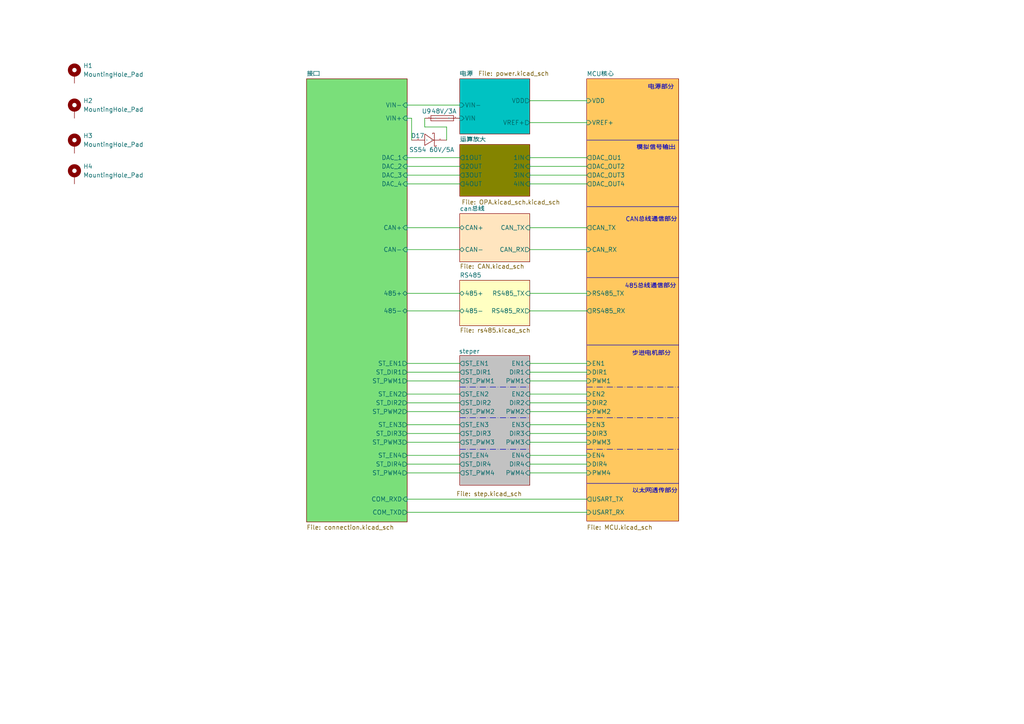
<source format=kicad_sch>
(kicad_sch
	(version 20231120)
	(generator "eeschema")
	(generator_version "8.0")
	(uuid "44f95aaa-b8fb-4878-90c0-6b2790b3f62f")
	(paper "A4")
	(lib_symbols
		(symbol "MY_Library:0458003.DR"
			(exclude_from_sim no)
			(in_bom yes)
			(on_board yes)
			(property "Reference" "U?"
				(at 5.842 -2.286 0)
				(effects
					(font
						(size 1.27 1.27)
					)
				)
			)
			(property "Value" "48V/3A"
				(at -0.254 -2.54 0)
				(effects
					(font
						(size 1.27 1.27)
					)
				)
			)
			(property "Footprint" "MYLibrary:FUSE-SMD_L3.2-W1.6"
				(at 1.016 -5.334 0)
				(effects
					(font
						(size 1.27 1.27)
					)
					(hide yes)
				)
			)
			(property "Datasheet" ""
				(at 0 0 0)
				(effects
					(font
						(size 1.27 1.27)
					)
					(hide yes)
				)
			)
			(property "Description" ""
				(at 0 0 0)
				(effects
					(font
						(size 1.27 1.27)
					)
					(hide yes)
				)
			)
			(symbol "0458003.DR_1_0"
				(rectangle
					(start -3.302 -0.762)
					(end 3.302 0.762)
					(stroke
						(width 0)
						(type default)
					)
					(fill
						(type none)
					)
				)
				(polyline
					(pts
						(xy -2.54 0) (xy 2.54 0)
					)
					(stroke
						(width 0)
						(type default)
					)
					(fill
						(type none)
					)
				)
				(pin input line
					(at -5.08 0 0)
					(length 2.54)
					(name "1"
						(effects
							(font
								(size 0.0254 0.0254)
							)
						)
					)
					(number "1"
						(effects
							(font
								(size 0.0254 0.0254)
							)
						)
					)
				)
				(pin input line
					(at 5.08 0 180)
					(length 2.54)
					(name "2"
						(effects
							(font
								(size 0.0254 0.0254)
							)
						)
					)
					(number "2"
						(effects
							(font
								(size 0.0254 0.0254)
							)
						)
					)
				)
			)
		)
		(symbol "MY_Library:SS56"
			(exclude_from_sim no)
			(in_bom yes)
			(on_board yes)
			(property "Reference" "D?"
				(at 6.858 -3.556 0)
				(effects
					(font
						(size 1.27 1.27)
					)
				)
			)
			(property "Value" ""
				(at 0 0 0)
				(effects
					(font
						(size 1.27 1.27)
					)
				)
			)
			(property "Footprint" "MYLibrary:MY"
				(at -0.762 -7.112 0)
				(effects
					(font
						(size 1.27 1.27)
					)
					(hide yes)
				)
			)
			(property "Datasheet" ""
				(at 0 0 0)
				(effects
					(font
						(size 1.27 1.27)
					)
					(hide yes)
				)
			)
			(property "Description" ""
				(at 0 0 0)
				(effects
					(font
						(size 1.27 1.27)
					)
					(hide yes)
				)
			)
			(symbol "SS56_1_0"
				(polyline
					(pts
						(xy 1.27 1.524) (xy -1.27 0) (xy -1.27 0) (xy 1.27 -1.778) (xy 1.27 -1.778) (xy 1.27 1.524)
					)
					(stroke
						(width 0)
						(type default)
					)
					(fill
						(type none)
					)
				)
				(polyline
					(pts
						(xy -2.032 1.524) (xy -2.032 1.778) (xy -2.032 1.778) (xy -1.524 1.778) (xy -1.524 1.778) (xy -1.524 -2.032)
						(xy -1.524 -2.032) (xy -1.016 -2.032) (xy -1.016 -2.032) (xy -1.016 -1.778)
					)
					(stroke
						(width 0)
						(type default)
					)
					(fill
						(type none)
					)
				)
				(pin unspecified line
					(at -5.08 0 0)
					(length 3.81)
					(name "K"
						(effects
							(font
								(size 0.0254 0.0254)
							)
						)
					)
					(number "1"
						(effects
							(font
								(size 0.0254 0.0254)
							)
						)
					)
				)
				(pin unspecified line
					(at 5.08 0 180)
					(length 3.81)
					(name "A"
						(effects
							(font
								(size 0.0254 0.0254)
							)
						)
					)
					(number "2"
						(effects
							(font
								(size 0.0254 0.0254)
							)
						)
					)
				)
			)
		)
		(symbol "Mechanical:MountingHole_Pad"
			(pin_numbers hide)
			(pin_names
				(offset 1.016) hide)
			(exclude_from_sim no)
			(in_bom yes)
			(on_board yes)
			(property "Reference" "H"
				(at 0 6.35 0)
				(effects
					(font
						(size 1.27 1.27)
					)
				)
			)
			(property "Value" "MountingHole_Pad"
				(at 0 4.445 0)
				(effects
					(font
						(size 1.27 1.27)
					)
				)
			)
			(property "Footprint" ""
				(at 0 0 0)
				(effects
					(font
						(size 1.27 1.27)
					)
					(hide yes)
				)
			)
			(property "Datasheet" "~"
				(at 0 0 0)
				(effects
					(font
						(size 1.27 1.27)
					)
					(hide yes)
				)
			)
			(property "Description" "Mounting Hole with connection"
				(at 0 0 0)
				(effects
					(font
						(size 1.27 1.27)
					)
					(hide yes)
				)
			)
			(property "ki_keywords" "mounting hole"
				(at 0 0 0)
				(effects
					(font
						(size 1.27 1.27)
					)
					(hide yes)
				)
			)
			(property "ki_fp_filters" "MountingHole*Pad*"
				(at 0 0 0)
				(effects
					(font
						(size 1.27 1.27)
					)
					(hide yes)
				)
			)
			(symbol "MountingHole_Pad_0_1"
				(circle
					(center 0 1.27)
					(radius 1.27)
					(stroke
						(width 1.27)
						(type default)
					)
					(fill
						(type none)
					)
				)
			)
			(symbol "MountingHole_Pad_1_1"
				(pin input line
					(at 0 -2.54 90)
					(length 2.54)
					(name "1"
						(effects
							(font
								(size 1.27 1.27)
							)
						)
					)
					(number "1"
						(effects
							(font
								(size 1.27 1.27)
							)
						)
					)
				)
			)
		)
	)
	(wire
		(pts
			(xy 153.67 90.17) (xy 170.18 90.17)
		)
		(stroke
			(width 0)
			(type default)
		)
		(uuid "0461a653-e213-4d7e-a834-f55803bd0c3d")
	)
	(wire
		(pts
			(xy 153.67 105.41) (xy 170.18 105.41)
		)
		(stroke
			(width 0)
			(type default)
		)
		(uuid "08633b7b-1083-4f92-bd93-70a6cd0be427")
	)
	(polyline
		(pts
			(xy 170.18 59.944) (xy 196.85 59.944)
		)
		(stroke
			(width 0)
			(type default)
		)
		(uuid "08d6d20e-576e-4ce5-953f-7f264646b143")
	)
	(wire
		(pts
			(xy 118.11 66.04) (xy 133.35 66.04)
		)
		(stroke
			(width 0)
			(type default)
		)
		(uuid "0d240411-08a1-46a7-ab75-08d4cb920842")
	)
	(wire
		(pts
			(xy 118.11 114.3) (xy 133.35 114.3)
		)
		(stroke
			(width 0)
			(type default)
		)
		(uuid "1083dca8-e997-48d4-9115-fc38d0cfdb74")
	)
	(wire
		(pts
			(xy 153.67 134.62) (xy 170.18 134.62)
		)
		(stroke
			(width 0)
			(type default)
		)
		(uuid "12efe75d-d3ec-4f95-95ea-90f45bc7c1a9")
	)
	(wire
		(pts
			(xy 118.11 134.62) (xy 133.35 134.62)
		)
		(stroke
			(width 0)
			(type default)
		)
		(uuid "163a9cc6-cd51-4daf-915f-31c3411de2e7")
	)
	(wire
		(pts
			(xy 118.11 30.48) (xy 133.35 30.48)
		)
		(stroke
			(width 0)
			(type default)
		)
		(uuid "22f67906-0e75-4fc6-b771-16e4c1a63be0")
	)
	(wire
		(pts
			(xy 153.67 137.16) (xy 170.18 137.16)
		)
		(stroke
			(width 0)
			(type default)
		)
		(uuid "2367f74e-3548-4619-848f-3e2a0f9e1570")
	)
	(wire
		(pts
			(xy 118.11 148.59) (xy 170.18 148.59)
		)
		(stroke
			(width 0)
			(type default)
		)
		(uuid "258d136f-6c82-405b-b1ea-35f81ce0d405")
	)
	(wire
		(pts
			(xy 153.67 29.21) (xy 170.18 29.21)
		)
		(stroke
			(width 0)
			(type default)
		)
		(uuid "29112666-1122-4a90-bdf3-cc0268e87b74")
	)
	(wire
		(pts
			(xy 153.67 107.95) (xy 170.18 107.95)
		)
		(stroke
			(width 0)
			(type default)
		)
		(uuid "31eb0d81-f117-4b0a-beee-abd8a6425407")
	)
	(wire
		(pts
			(xy 153.67 128.27) (xy 170.18 128.27)
		)
		(stroke
			(width 0)
			(type default)
		)
		(uuid "3640e71d-a7c2-4055-b50a-c6631635b23f")
	)
	(wire
		(pts
			(xy 118.11 125.73) (xy 133.35 125.73)
		)
		(stroke
			(width 0)
			(type default)
		)
		(uuid "3889d449-d151-4eaf-92c9-002c3740d8ed")
	)
	(polyline
		(pts
			(xy 170.18 40.64) (xy 196.85 40.64)
		)
		(stroke
			(width 0)
			(type default)
		)
		(uuid "3afd52bd-1f30-444a-b695-83ef20b5f0a4")
	)
	(wire
		(pts
			(xy 118.11 107.95) (xy 133.35 107.95)
		)
		(stroke
			(width 0)
			(type default)
		)
		(uuid "4058280b-9012-491e-82e6-58cac02d5af0")
	)
	(wire
		(pts
			(xy 118.11 72.39) (xy 133.35 72.39)
		)
		(stroke
			(width 0)
			(type default)
		)
		(uuid "4066c9e0-acaa-4418-b04c-0421fdd913d7")
	)
	(wire
		(pts
			(xy 118.11 132.08) (xy 133.35 132.08)
		)
		(stroke
			(width 0)
			(type default)
		)
		(uuid "417ec339-6dcd-42c9-88ac-77cadc51ede6")
	)
	(wire
		(pts
			(xy 153.67 116.84) (xy 170.18 116.84)
		)
		(stroke
			(width 0)
			(type default)
		)
		(uuid "428172b9-b07f-46a8-80cf-f2eeb3dbaa84")
	)
	(wire
		(pts
			(xy 118.11 144.78) (xy 170.18 144.78)
		)
		(stroke
			(width 0)
			(type default)
		)
		(uuid "4d331105-c442-4c7f-91e9-809b40fecd90")
	)
	(wire
		(pts
			(xy 118.11 85.09) (xy 133.35 85.09)
		)
		(stroke
			(width 0)
			(type default)
		)
		(uuid "5a48219e-f07f-4449-b6ac-dfaffe37805a")
	)
	(wire
		(pts
			(xy 153.67 125.73) (xy 170.18 125.73)
		)
		(stroke
			(width 0)
			(type default)
		)
		(uuid "624391c8-567a-4528-bc83-a7d542a5fbfa")
	)
	(wire
		(pts
			(xy 119.38 34.29) (xy 118.11 34.29)
		)
		(stroke
			(width 0)
			(type default)
		)
		(uuid "62fee62a-db47-43e8-bf0a-700b56fdeea7")
	)
	(wire
		(pts
			(xy 153.67 35.56) (xy 170.18 35.56)
		)
		(stroke
			(width 0)
			(type default)
		)
		(uuid "6379c306-12e1-4e90-9248-61179e388460")
	)
	(wire
		(pts
			(xy 153.67 132.08) (xy 170.18 132.08)
		)
		(stroke
			(width 0)
			(type default)
		)
		(uuid "651552c3-6dc5-4124-ae30-d9b2ec4d7118")
	)
	(polyline
		(pts
			(xy 170.18 112.268) (xy 196.85 112.268)
		)
		(stroke
			(width 0)
			(type dash_dot)
		)
		(uuid "6d8ce34e-477e-4c90-a99b-d071dce4ce1d")
	)
	(wire
		(pts
			(xy 123.19 36.83) (xy 129.54 36.83)
		)
		(stroke
			(width 0)
			(type default)
		)
		(uuid "6fd26862-9277-46cd-ac85-a83d52ac9365")
	)
	(wire
		(pts
			(xy 118.11 105.41) (xy 133.35 105.41)
		)
		(stroke
			(width 0)
			(type default)
		)
		(uuid "7581ca15-a377-4a4c-aa8d-82fe6ed2ac4e")
	)
	(wire
		(pts
			(xy 118.11 128.27) (xy 133.35 128.27)
		)
		(stroke
			(width 0)
			(type default)
		)
		(uuid "7a272f7b-c239-4ae2-b1b2-e5fc4a8a77df")
	)
	(wire
		(pts
			(xy 118.11 45.72) (xy 133.35 45.72)
		)
		(stroke
			(width 0)
			(type default)
		)
		(uuid "8393e837-cafd-41ab-8048-2e3b32ae7d20")
	)
	(wire
		(pts
			(xy 119.38 40.64) (xy 119.38 34.29)
		)
		(stroke
			(width 0)
			(type default)
		)
		(uuid "84441b8c-00bc-4556-b849-a9e702f086e6")
	)
	(wire
		(pts
			(xy 153.67 45.72) (xy 170.18 45.72)
		)
		(stroke
			(width 0)
			(type default)
		)
		(uuid "84da2c95-5ff9-4a8e-8446-cf61924c0c57")
	)
	(wire
		(pts
			(xy 118.11 116.84) (xy 133.35 116.84)
		)
		(stroke
			(width 0)
			(type default)
		)
		(uuid "8c90c0cf-083f-4212-bad0-fd0c344db943")
	)
	(wire
		(pts
			(xy 153.67 53.34) (xy 170.18 53.34)
		)
		(stroke
			(width 0)
			(type default)
		)
		(uuid "8d79cc6e-dca0-4460-8f7c-90ccdb9ab331")
	)
	(wire
		(pts
			(xy 153.67 123.19) (xy 170.18 123.19)
		)
		(stroke
			(width 0)
			(type default)
		)
		(uuid "8f23700d-dfe9-44ee-8b3e-2121a4589edc")
	)
	(wire
		(pts
			(xy 118.11 137.16) (xy 133.35 137.16)
		)
		(stroke
			(width 0)
			(type default)
		)
		(uuid "8fdce626-9a91-486b-905e-37825840d40c")
	)
	(wire
		(pts
			(xy 153.67 119.38) (xy 170.18 119.38)
		)
		(stroke
			(width 0)
			(type default)
		)
		(uuid "9378b430-05e1-4ae7-8397-e079a85adc71")
	)
	(polyline
		(pts
			(xy 133.35 112.268) (xy 153.67 112.268)
		)
		(stroke
			(width 0)
			(type dash_dot)
		)
		(uuid "98129b55-c2a3-4b39-a0ef-26261e25378a")
	)
	(wire
		(pts
			(xy 118.11 50.8) (xy 133.35 50.8)
		)
		(stroke
			(width 0)
			(type default)
		)
		(uuid "9d4ae570-07ac-4824-8528-d3edd85c02f5")
	)
	(wire
		(pts
			(xy 129.54 36.83) (xy 129.54 40.64)
		)
		(stroke
			(width 0)
			(type default)
		)
		(uuid "9eec00fc-0c9e-4d90-b441-d2d0dbfc7022")
	)
	(wire
		(pts
			(xy 153.67 66.04) (xy 170.18 66.04)
		)
		(stroke
			(width 0)
			(type default)
		)
		(uuid "a24b0fcf-ca3e-4d88-bf50-9dff6eb0e896")
	)
	(wire
		(pts
			(xy 153.67 48.26) (xy 170.18 48.26)
		)
		(stroke
			(width 0)
			(type default)
		)
		(uuid "a302fa58-5627-4e8a-bd58-984b4554d515")
	)
	(polyline
		(pts
			(xy 170.18 121.158) (xy 196.85 121.158)
		)
		(stroke
			(width 0)
			(type dash_dot)
		)
		(uuid "abfc2aee-b903-4beb-b3f6-2de3fed2b912")
	)
	(wire
		(pts
			(xy 123.19 34.29) (xy 123.19 36.83)
		)
		(stroke
			(width 0)
			(type default)
		)
		(uuid "b34783f8-be05-4108-819a-61b9326a33cb")
	)
	(wire
		(pts
			(xy 118.11 110.49) (xy 133.35 110.49)
		)
		(stroke
			(width 0)
			(type default)
		)
		(uuid "b595428e-20a9-47dc-8955-58384b64c648")
	)
	(wire
		(pts
			(xy 153.67 85.09) (xy 170.18 85.09)
		)
		(stroke
			(width 0)
			(type default)
		)
		(uuid "be0b0200-cca5-45e6-b46b-7f0602811fab")
	)
	(polyline
		(pts
			(xy 170.18 130.302) (xy 196.85 130.302)
		)
		(stroke
			(width 0)
			(type dash_dot)
		)
		(uuid "cd51b977-2567-4c83-a690-374abeb345a8")
	)
	(wire
		(pts
			(xy 118.11 48.26) (xy 133.35 48.26)
		)
		(stroke
			(width 0)
			(type default)
		)
		(uuid "d10838c4-5bbe-4834-83c4-f6afa0a4b3a7")
	)
	(polyline
		(pts
			(xy 133.35 121.158) (xy 153.67 121.158)
		)
		(stroke
			(width 0)
			(type dash_dot)
		)
		(uuid "d257ac6d-5b20-4e07-964e-3195f5201418")
	)
	(polyline
		(pts
			(xy 170.18 100.076) (xy 196.85 100.076)
		)
		(stroke
			(width 0)
			(type default)
		)
		(uuid "d8ab8462-ee84-47fe-9788-803d76694f12")
	)
	(wire
		(pts
			(xy 153.67 110.49) (xy 170.18 110.49)
		)
		(stroke
			(width 0)
			(type default)
		)
		(uuid "d98bcea5-7ce3-42fb-b31f-5d83503ccd42")
	)
	(wire
		(pts
			(xy 153.67 114.3) (xy 170.18 114.3)
		)
		(stroke
			(width 0)
			(type default)
		)
		(uuid "dd715c3b-4a0b-48f8-a035-54c7e6929dca")
	)
	(wire
		(pts
			(xy 153.67 50.8) (xy 170.18 50.8)
		)
		(stroke
			(width 0)
			(type default)
		)
		(uuid "e0cc24b4-6cfe-41b2-ae2d-59c78d1d9534")
	)
	(polyline
		(pts
			(xy 170.18 80.518) (xy 196.85 80.518)
		)
		(stroke
			(width 0)
			(type default)
		)
		(uuid "e930af23-ec9f-447f-859a-d7f27130f46b")
	)
	(polyline
		(pts
			(xy 133.35 130.302) (xy 153.67 130.302)
		)
		(stroke
			(width 0)
			(type dash_dot)
		)
		(uuid "f7981244-3f98-49d1-9517-21674272a37e")
	)
	(wire
		(pts
			(xy 118.11 53.34) (xy 133.35 53.34)
		)
		(stroke
			(width 0)
			(type default)
		)
		(uuid "f7f96dfe-fa47-4b40-96e5-f4b307331f8a")
	)
	(polyline
		(pts
			(xy 170.18 140.208) (xy 196.85 140.208)
		)
		(stroke
			(width 0)
			(type default)
		)
		(uuid "f96b422e-bfc9-4322-861b-4b0f0d89979b")
	)
	(wire
		(pts
			(xy 153.67 72.39) (xy 170.18 72.39)
		)
		(stroke
			(width 0)
			(type default)
		)
		(uuid "faaadf96-6732-4ee8-96be-bda06bd96078")
	)
	(wire
		(pts
			(xy 118.11 123.19) (xy 133.35 123.19)
		)
		(stroke
			(width 0)
			(type default)
		)
		(uuid "fb8a3d07-7f5a-4fd9-aa11-f469699fea24")
	)
	(wire
		(pts
			(xy 118.11 119.38) (xy 133.35 119.38)
		)
		(stroke
			(width 0)
			(type default)
		)
		(uuid "fd4a48b2-7cb0-4773-84bd-213ec7f6c17f")
	)
	(wire
		(pts
			(xy 118.11 90.17) (xy 133.35 90.17)
		)
		(stroke
			(width 0)
			(type default)
		)
		(uuid "fe0afaf9-cfb3-427f-b248-a09d8ca7ab38")
	)
	(text "步进电机部分\n"
		(exclude_from_sim no)
		(at 188.976 102.616 0)
		(effects
			(font
				(size 1.27 1.27)
			)
		)
		(uuid "62982dac-5478-4c37-b7aa-d4a6213baba5")
	)
	(text "CAN总线通信部分\n"
		(exclude_from_sim no)
		(at 188.976 63.754 0)
		(effects
			(font
				(size 1.27 1.27)
			)
		)
		(uuid "9d2f542f-fb27-4446-90c0-100c33d65af9")
	)
	(text "485总线通信部分\n"
		(exclude_from_sim no)
		(at 188.722 83.058 0)
		(effects
			(font
				(size 1.27 1.27)
			)
		)
		(uuid "b0610a06-d372-4941-90be-81b86eb98a88")
	)
	(text "模拟信号输出"
		(exclude_from_sim no)
		(at 190.246 42.926 0)
		(effects
			(font
				(size 1.27 1.27)
			)
		)
		(uuid "d6386d49-30c0-4b63-b29c-4c81f01ddb55")
	)
	(text "以太网透传部分\n"
		(exclude_from_sim no)
		(at 189.992 142.494 0)
		(effects
			(font
				(size 1.27 1.27)
			)
		)
		(uuid "df03c4a1-58dd-4536-bac6-e23d6665c364")
	)
	(text "电源部分"
		(exclude_from_sim no)
		(at 191.77 25.4 0)
		(effects
			(font
				(size 1.27 1.27)
			)
		)
		(uuid "ffbf4fab-6bdf-4852-a86f-b68479cc5165")
	)
	(symbol
		(lib_id "Mechanical:MountingHole_Pad")
		(at 21.59 21.59 0)
		(unit 1)
		(exclude_from_sim no)
		(in_bom yes)
		(on_board yes)
		(dnp no)
		(fields_autoplaced yes)
		(uuid "0f9edb4a-a0a7-4d04-ba5a-00797607fd10")
		(property "Reference" "H1"
			(at 24.13 19.0499 0)
			(effects
				(font
					(size 1.27 1.27)
				)
				(justify left)
			)
		)
		(property "Value" "MountingHole_Pad"
			(at 24.13 21.5899 0)
			(effects
				(font
					(size 1.27 1.27)
				)
				(justify left)
			)
		)
		(property "Footprint" "MountingHole:MountingHole_3.2mm_M3_Pad_Via"
			(at 21.59 21.59 0)
			(effects
				(font
					(size 1.27 1.27)
				)
				(hide yes)
			)
		)
		(property "Datasheet" "~"
			(at 21.59 21.59 0)
			(effects
				(font
					(size 1.27 1.27)
				)
				(hide yes)
			)
		)
		(property "Description" "Mounting Hole with connection"
			(at 21.59 21.59 0)
			(effects
				(font
					(size 1.27 1.27)
				)
				(hide yes)
			)
		)
		(pin "1"
			(uuid "923bbe48-b491-4929-b8cd-3dd2f7d4b50c")
		)
		(instances
			(project "运动控制卡"
				(path "/44f95aaa-b8fb-4878-90c0-6b2790b3f62f"
					(reference "H1")
					(unit 1)
				)
			)
		)
	)
	(symbol
		(lib_id "Mechanical:MountingHole_Pad")
		(at 21.59 50.8 0)
		(unit 1)
		(exclude_from_sim no)
		(in_bom yes)
		(on_board yes)
		(dnp no)
		(fields_autoplaced yes)
		(uuid "34fae5e8-5dc6-4602-8513-53d65d89ad07")
		(property "Reference" "H4"
			(at 24.13 48.2599 0)
			(effects
				(font
					(size 1.27 1.27)
				)
				(justify left)
			)
		)
		(property "Value" "MountingHole_Pad"
			(at 24.13 50.7999 0)
			(effects
				(font
					(size 1.27 1.27)
				)
				(justify left)
			)
		)
		(property "Footprint" "MountingHole:MountingHole_3.2mm_M3_Pad_Via"
			(at 21.59 50.8 0)
			(effects
				(font
					(size 1.27 1.27)
				)
				(hide yes)
			)
		)
		(property "Datasheet" "~"
			(at 21.59 50.8 0)
			(effects
				(font
					(size 1.27 1.27)
				)
				(hide yes)
			)
		)
		(property "Description" "Mounting Hole with connection"
			(at 21.59 50.8 0)
			(effects
				(font
					(size 1.27 1.27)
				)
				(hide yes)
			)
		)
		(pin "1"
			(uuid "2855bf26-050f-4967-a715-a3008ce30af5")
		)
		(instances
			(project "运动控制卡"
				(path "/44f95aaa-b8fb-4878-90c0-6b2790b3f62f"
					(reference "H4")
					(unit 1)
				)
			)
		)
	)
	(symbol
		(lib_id "MY_Library:0458003.DR")
		(at 128.27 34.29 0)
		(unit 1)
		(exclude_from_sim no)
		(in_bom yes)
		(on_board yes)
		(dnp no)
		(uuid "90018bed-6cb3-42e8-bfdc-70c393f3af99")
		(property "Reference" "U9"
			(at 123.698 32.258 0)
			(effects
				(font
					(size 1.27 1.27)
				)
			)
		)
		(property "Value" "48V/3A"
			(at 128.778 32.258 0)
			(effects
				(font
					(size 1.27 1.27)
				)
			)
		)
		(property "Footprint" "MYLibrary:FUSE-SMD_L3.2-W1.6"
			(at 129.286 39.624 0)
			(effects
				(font
					(size 1.27 1.27)
				)
				(hide yes)
			)
		)
		(property "Datasheet" ""
			(at 128.27 34.29 0)
			(effects
				(font
					(size 1.27 1.27)
				)
				(hide yes)
			)
		)
		(property "Description" ""
			(at 128.27 34.29 0)
			(effects
				(font
					(size 1.27 1.27)
				)
				(hide yes)
			)
		)
		(pin "2"
			(uuid "08614743-4924-4f6e-895b-ac696eb562d7")
		)
		(pin "1"
			(uuid "3d0df14f-c917-457b-877f-6b5637db7c24")
		)
		(instances
			(project "运动控制卡"
				(path "/44f95aaa-b8fb-4878-90c0-6b2790b3f62f"
					(reference "U9")
					(unit 1)
				)
			)
		)
	)
	(symbol
		(lib_id "MY_Library:SS56")
		(at 124.46 40.64 180)
		(unit 1)
		(exclude_from_sim no)
		(in_bom yes)
		(on_board yes)
		(dnp no)
		(uuid "98e08b0c-2560-4418-b2af-bcc9dee0c218")
		(property "Reference" "D17"
			(at 121.158 39.37 0)
			(effects
				(font
					(size 1.27 1.27)
				)
			)
		)
		(property "Value" "SS54 60V/5A"
			(at 125.222 43.434 0)
			(effects
				(font
					(size 1.27 1.27)
				)
			)
		)
		(property "Footprint" "MYLibrary:MY"
			(at 125.222 33.528 0)
			(effects
				(font
					(size 1.27 1.27)
				)
				(hide yes)
			)
		)
		(property "Datasheet" ""
			(at 124.46 40.64 0)
			(effects
				(font
					(size 1.27 1.27)
				)
				(hide yes)
			)
		)
		(property "Description" ""
			(at 124.46 40.64 0)
			(effects
				(font
					(size 1.27 1.27)
				)
				(hide yes)
			)
		)
		(pin "1"
			(uuid "ed69de58-93ae-4633-8a4d-be76c28bae55")
		)
		(pin "2"
			(uuid "6f58a277-d2a5-4f1f-abd5-4887c989437d")
		)
		(instances
			(project "运动控制卡"
				(path "/44f95aaa-b8fb-4878-90c0-6b2790b3f62f"
					(reference "D17")
					(unit 1)
				)
			)
		)
	)
	(symbol
		(lib_id "Mechanical:MountingHole_Pad")
		(at 21.59 31.75 0)
		(unit 1)
		(exclude_from_sim no)
		(in_bom yes)
		(on_board yes)
		(dnp no)
		(fields_autoplaced yes)
		(uuid "dc7bc314-1ea0-4e56-abf9-24078c993714")
		(property "Reference" "H2"
			(at 24.13 29.2099 0)
			(effects
				(font
					(size 1.27 1.27)
				)
				(justify left)
			)
		)
		(property "Value" "MountingHole_Pad"
			(at 24.13 31.7499 0)
			(effects
				(font
					(size 1.27 1.27)
				)
				(justify left)
			)
		)
		(property "Footprint" "MountingHole:MountingHole_3.2mm_M3_Pad_Via"
			(at 21.59 31.75 0)
			(effects
				(font
					(size 1.27 1.27)
				)
				(hide yes)
			)
		)
		(property "Datasheet" "~"
			(at 21.59 31.75 0)
			(effects
				(font
					(size 1.27 1.27)
				)
				(hide yes)
			)
		)
		(property "Description" "Mounting Hole with connection"
			(at 21.59 31.75 0)
			(effects
				(font
					(size 1.27 1.27)
				)
				(hide yes)
			)
		)
		(pin "1"
			(uuid "de6aae21-13e9-4e25-b92e-f3790cec2256")
		)
		(instances
			(project "运动控制卡"
				(path "/44f95aaa-b8fb-4878-90c0-6b2790b3f62f"
					(reference "H2")
					(unit 1)
				)
			)
		)
	)
	(symbol
		(lib_id "Mechanical:MountingHole_Pad")
		(at 21.59 41.91 0)
		(unit 1)
		(exclude_from_sim no)
		(in_bom yes)
		(on_board yes)
		(dnp no)
		(fields_autoplaced yes)
		(uuid "f0f9db9a-60be-4860-894f-8bc276ebdd3c")
		(property "Reference" "H3"
			(at 24.13 39.3699 0)
			(effects
				(font
					(size 1.27 1.27)
				)
				(justify left)
			)
		)
		(property "Value" "MountingHole_Pad"
			(at 24.13 41.9099 0)
			(effects
				(font
					(size 1.27 1.27)
				)
				(justify left)
			)
		)
		(property "Footprint" "MountingHole:MountingHole_3.2mm_M3_Pad_Via"
			(at 21.59 41.91 0)
			(effects
				(font
					(size 1.27 1.27)
				)
				(hide yes)
			)
		)
		(property "Datasheet" "~"
			(at 21.59 41.91 0)
			(effects
				(font
					(size 1.27 1.27)
				)
				(hide yes)
			)
		)
		(property "Description" "Mounting Hole with connection"
			(at 21.59 41.91 0)
			(effects
				(font
					(size 1.27 1.27)
				)
				(hide yes)
			)
		)
		(pin "1"
			(uuid "797f46f3-c0b1-4b4a-8f8b-e5b024d8389a")
		)
		(instances
			(project "运动控制卡"
				(path "/44f95aaa-b8fb-4878-90c0-6b2790b3f62f"
					(reference "H3")
					(unit 1)
				)
			)
		)
	)
	(sheet
		(at 133.35 22.86)
		(size 20.32 16.002)
		(stroke
			(width 0.1524)
			(type solid)
		)
		(fill
			(color 0 194 194 1.0000)
		)
		(uuid "4b570b8d-55d2-4b8f-a510-3d7872d05e07")
		(property "Sheetname" "电源"
			(at 133.35 22.1484 0)
			(effects
				(font
					(size 1.27 1.27)
				)
				(justify left bottom)
			)
		)
		(property "Sheetfile" "power.kicad_sch"
			(at 138.684 20.574 0)
			(effects
				(font
					(size 1.27 1.27)
				)
				(justify left top)
			)
		)
		(pin "VIN-" input
			(at 133.35 30.48 180)
			(effects
				(font
					(size 1.27 1.27)
				)
				(justify left)
			)
			(uuid "fc037a54-f064-4f8d-a68e-3b80af5cecc8")
		)
		(pin "VIN" input
			(at 133.35 34.29 180)
			(effects
				(font
					(size 1.27 1.27)
				)
				(justify left)
			)
			(uuid "015ac56f-69c1-4b72-b783-d5d24b05df8a")
		)
		(pin "VDD" output
			(at 153.67 29.21 0)
			(effects
				(font
					(size 1.27 1.27)
				)
				(justify right)
			)
			(uuid "f210aa2f-90de-48d1-a69f-019a50a94c0b")
		)
		(pin "VREF+" output
			(at 153.67 35.56 0)
			(effects
				(font
					(size 1.27 1.27)
				)
				(justify right)
			)
			(uuid "0e935a7b-c9af-40b9-b751-3c7fbe6f5393")
		)
		(instances
			(project "运动控制卡"
				(path "/44f95aaa-b8fb-4878-90c0-6b2790b3f62f"
					(page "2")
				)
			)
		)
	)
	(sheet
		(at 133.35 103.124)
		(size 20.32 37.592)
		(stroke
			(width 0.1524)
			(type solid)
		)
		(fill
			(color 194 194 194 1.0000)
		)
		(uuid "4ffe39bc-5e7e-46ce-8764-d08b9b5c75ca")
		(property "Sheetname" "steper"
			(at 133.096 102.616 0)
			(effects
				(font
					(size 1.27 1.27)
				)
				(justify left bottom)
			)
		)
		(property "Sheetfile" "step.kicad_sch"
			(at 132.334 142.494 0)
			(effects
				(font
					(size 1.27 1.27)
				)
				(justify left top)
			)
		)
		(pin "ST_DIR3" output
			(at 133.35 125.73 180)
			(effects
				(font
					(size 1.27 1.27)
				)
				(justify left)
			)
			(uuid "2680292f-7b79-4c8e-a3a4-d05deb854761")
		)
		(pin "ST_PWM3" output
			(at 133.35 128.27 180)
			(effects
				(font
					(size 1.27 1.27)
				)
				(justify left)
			)
			(uuid "57a93a4b-3d04-4669-803c-b77f39a55108")
		)
		(pin "ST_EN3" output
			(at 133.35 123.19 180)
			(effects
				(font
					(size 1.27 1.27)
				)
				(justify left)
			)
			(uuid "4722532f-3a93-443b-a3a3-53c73da986bb")
		)
		(pin "ST_DIR4" output
			(at 133.35 134.62 180)
			(effects
				(font
					(size 1.27 1.27)
				)
				(justify left)
			)
			(uuid "cc8afc76-9cea-4a3a-95cf-052a16897696")
		)
		(pin "ST_PWM4" output
			(at 133.35 137.16 180)
			(effects
				(font
					(size 1.27 1.27)
				)
				(justify left)
			)
			(uuid "9f311092-8f2e-4691-a3f0-5d842be6e891")
		)
		(pin "ST_EN4" output
			(at 133.35 132.08 180)
			(effects
				(font
					(size 1.27 1.27)
				)
				(justify left)
			)
			(uuid "d551ddbd-83c5-4e93-a682-91c2478fa787")
		)
		(pin "DIR3" input
			(at 153.67 125.73 0)
			(effects
				(font
					(size 1.27 1.27)
				)
				(justify right)
			)
			(uuid "64043881-cf9a-4999-a455-ecafe30b142d")
		)
		(pin "PWM3" input
			(at 153.67 128.27 0)
			(effects
				(font
					(size 1.27 1.27)
				)
				(justify right)
			)
			(uuid "87e9550c-a678-419e-ab26-7307b2062246")
		)
		(pin "EN3" input
			(at 153.67 123.19 0)
			(effects
				(font
					(size 1.27 1.27)
				)
				(justify right)
			)
			(uuid "520d4521-cc82-46dd-9df8-557245bc548f")
		)
		(pin "EN1" input
			(at 153.67 105.41 0)
			(effects
				(font
					(size 1.27 1.27)
				)
				(justify right)
			)
			(uuid "1e2efaff-9c5f-4c62-98ef-0faa13caffe8")
		)
		(pin "DIR1" input
			(at 153.67 107.95 0)
			(effects
				(font
					(size 1.27 1.27)
				)
				(justify right)
			)
			(uuid "23b362f8-490d-4791-b63c-006805f61285")
		)
		(pin "PWM1" input
			(at 153.67 110.49 0)
			(effects
				(font
					(size 1.27 1.27)
				)
				(justify right)
			)
			(uuid "69dbc7b3-8506-47fc-9406-05e8665687d7")
		)
		(pin "ST_DIR1" output
			(at 133.35 107.95 180)
			(effects
				(font
					(size 1.27 1.27)
				)
				(justify left)
			)
			(uuid "58dccb91-a977-468b-bee7-96c61b9b6a43")
		)
		(pin "ST_PWM1" output
			(at 133.35 110.49 180)
			(effects
				(font
					(size 1.27 1.27)
				)
				(justify left)
			)
			(uuid "56930cbc-a877-4028-8946-d1046d053c44")
		)
		(pin "EN2" input
			(at 153.67 114.3 0)
			(effects
				(font
					(size 1.27 1.27)
				)
				(justify right)
			)
			(uuid "7579307a-e683-4826-a2dc-4ad1f26a09cd")
		)
		(pin "DIR2" input
			(at 153.67 116.84 0)
			(effects
				(font
					(size 1.27 1.27)
				)
				(justify right)
			)
			(uuid "8559b4e0-19b3-4677-bd4c-a3dbce701596")
		)
		(pin "PWM2" input
			(at 153.67 119.38 0)
			(effects
				(font
					(size 1.27 1.27)
				)
				(justify right)
			)
			(uuid "1c978d77-a44f-4428-82dc-a2a024345285")
		)
		(pin "ST_EN1" output
			(at 133.35 105.41 180)
			(effects
				(font
					(size 1.27 1.27)
				)
				(justify left)
			)
			(uuid "700b8543-9d1c-4fc3-b3a1-38eabb2a2e35")
		)
		(pin "ST_DIR2" output
			(at 133.35 116.84 180)
			(effects
				(font
					(size 1.27 1.27)
				)
				(justify left)
			)
			(uuid "f4829af6-2fca-4b06-a221-0e68a0ec0864")
		)
		(pin "ST_PWM2" output
			(at 133.35 119.38 180)
			(effects
				(font
					(size 1.27 1.27)
				)
				(justify left)
			)
			(uuid "0acbb085-2ff8-4e35-b4a8-fe49adf16c49")
		)
		(pin "ST_EN2" output
			(at 133.35 114.3 180)
			(effects
				(font
					(size 1.27 1.27)
				)
				(justify left)
			)
			(uuid "18904f28-ca29-4a28-a7f7-21b77ca06131")
		)
		(pin "EN4" input
			(at 153.67 132.08 0)
			(effects
				(font
					(size 1.27 1.27)
				)
				(justify right)
			)
			(uuid "0cf34a63-a548-44e9-a4ec-6502916553ad")
		)
		(pin "DIR4" input
			(at 153.67 134.62 0)
			(effects
				(font
					(size 1.27 1.27)
				)
				(justify right)
			)
			(uuid "47f1de3b-482c-400b-9b38-50eef7223fd4")
		)
		(pin "PWM4" input
			(at 153.67 137.16 0)
			(effects
				(font
					(size 1.27 1.27)
				)
				(justify right)
			)
			(uuid "0d085e5a-7003-49a5-8639-c6e451b7a11c")
		)
		(instances
			(project "运动控制卡"
				(path "/44f95aaa-b8fb-4878-90c0-6b2790b3f62f"
					(page "8")
				)
			)
		)
	)
	(sheet
		(at 133.35 41.91)
		(size 20.32 14.986)
		(stroke
			(width 0.1524)
			(type solid)
		)
		(fill
			(color 132 132 0 1.0000)
		)
		(uuid "6bcda6e2-c782-4bb5-932b-9cc10393a231")
		(property "Sheetname" "运算放大"
			(at 133.35 41.1984 0)
			(effects
				(font
					(size 1.27 1.27)
				)
				(justify left bottom)
			)
		)
		(property "Sheetfile" "OPA.kicad_sch.kicad_sch"
			(at 133.858 57.912 0)
			(effects
				(font
					(size 1.27 1.27)
				)
				(justify left top)
			)
		)
		(pin "1IN" input
			(at 153.67 45.72 0)
			(effects
				(font
					(size 1.27 1.27)
				)
				(justify right)
			)
			(uuid "e476940b-42a7-4bff-b9c4-7308757e165c")
		)
		(pin "1OUT" output
			(at 133.35 45.72 180)
			(effects
				(font
					(size 1.27 1.27)
				)
				(justify left)
			)
			(uuid "4add3d67-dd95-4037-8779-77176ca8ac4f")
		)
		(pin "4IN" input
			(at 153.67 53.34 0)
			(effects
				(font
					(size 1.27 1.27)
				)
				(justify right)
			)
			(uuid "56bd44a1-d94c-47e7-8730-9468ddd2e427")
		)
		(pin "4OUT" output
			(at 133.35 53.34 180)
			(effects
				(font
					(size 1.27 1.27)
				)
				(justify left)
			)
			(uuid "b7f8d0dd-a9ad-44dc-aaeb-72670469d4c0")
		)
		(pin "2IN" input
			(at 153.67 48.26 0)
			(effects
				(font
					(size 1.27 1.27)
				)
				(justify right)
			)
			(uuid "44298b6d-1e9e-4f9c-99c8-7661914d2e6c")
		)
		(pin "2OUT" output
			(at 133.35 48.26 180)
			(effects
				(font
					(size 1.27 1.27)
				)
				(justify left)
			)
			(uuid "2c9abb70-b1cb-4eba-8daf-de210622e06b")
		)
		(pin "3IN" input
			(at 153.67 50.8 0)
			(effects
				(font
					(size 1.27 1.27)
				)
				(justify right)
			)
			(uuid "83551584-f756-4144-a397-f071f68daa57")
		)
		(pin "3OUT" output
			(at 133.35 50.8 180)
			(effects
				(font
					(size 1.27 1.27)
				)
				(justify left)
			)
			(uuid "f0830f00-e2f9-47d8-b9a2-44897e5d30f6")
		)
		(instances
			(project "运动控制卡"
				(path "/44f95aaa-b8fb-4878-90c0-6b2790b3f62f"
					(page "4")
				)
			)
		)
	)
	(sheet
		(at 133.35 61.976)
		(size 20.32 13.97)
		(fields_autoplaced yes)
		(stroke
			(width 0.1524)
			(type solid)
		)
		(fill
			(color 255 229 191 1.0000)
		)
		(uuid "77ec3101-0f07-4afa-ba60-75745a5882c4")
		(property "Sheetname" "can总线"
			(at 133.35 61.2644 0)
			(effects
				(font
					(size 1.27 1.27)
				)
				(justify left bottom)
			)
		)
		(property "Sheetfile" "CAN.kicad_sch"
			(at 133.35 76.5306 0)
			(effects
				(font
					(size 1.27 1.27)
				)
				(justify left top)
			)
		)
		(pin "CAN_TX" input
			(at 153.67 66.04 0)
			(effects
				(font
					(size 1.27 1.27)
				)
				(justify right)
			)
			(uuid "a17975a4-694b-486b-98b6-cf9c9a370a93")
		)
		(pin "CAN_RX" output
			(at 153.67 72.39 0)
			(effects
				(font
					(size 1.27 1.27)
				)
				(justify right)
			)
			(uuid "1df38858-4ed5-4f58-9495-1cb34f4981e2")
		)
		(pin "CAN+" bidirectional
			(at 133.35 66.04 180)
			(effects
				(font
					(size 1.27 1.27)
				)
				(justify left)
			)
			(uuid "d7ee9b92-da83-4d69-a6f4-40c83deb6b63")
		)
		(pin "CAN-" bidirectional
			(at 133.35 72.39 180)
			(effects
				(font
					(size 1.27 1.27)
				)
				(justify left)
			)
			(uuid "67b5860b-b157-4748-8d0d-f668107c4409")
		)
		(instances
			(project "运动控制卡"
				(path "/44f95aaa-b8fb-4878-90c0-6b2790b3f62f"
					(page "6")
				)
			)
		)
	)
	(sheet
		(at 88.9 22.86)
		(size 29.21 128.524)
		(stroke
			(width 0.1524)
			(type solid)
		)
		(fill
			(color 0 194 0 0.5200)
		)
		(uuid "7ed66fea-2a26-4d31-ab4f-05af8baf9c40")
		(property "Sheetname" "接口"
			(at 88.9 22.1484 0)
			(effects
				(font
					(size 1.27 1.27)
				)
				(justify left bottom)
			)
		)
		(property "Sheetfile" "connection.kicad_sch"
			(at 88.9 152.2226 0)
			(effects
				(font
					(size 1.27 1.27)
				)
				(justify left top)
			)
		)
		(pin "COM_RXD" input
			(at 118.11 144.78 0)
			(effects
				(font
					(size 1.27 1.27)
				)
				(justify right)
			)
			(uuid "cd847366-0664-4cc4-856e-f0ef9ab39239")
		)
		(pin "COM_TXD" output
			(at 118.11 148.59 0)
			(effects
				(font
					(size 1.27 1.27)
				)
				(justify right)
			)
			(uuid "6f56c291-71d4-4238-9a10-ff6e2a191a30")
		)
		(pin "DAC_1" input
			(at 118.11 45.72 0)
			(effects
				(font
					(size 1.27 1.27)
				)
				(justify right)
			)
			(uuid "f891e18a-d359-4398-a57a-38ca2b24148f")
		)
		(pin "DAC_2" input
			(at 118.11 48.26 0)
			(effects
				(font
					(size 1.27 1.27)
				)
				(justify right)
			)
			(uuid "aec92ecf-73df-4641-aa0b-5c40437c6730")
		)
		(pin "DAC_3" input
			(at 118.11 50.8 0)
			(effects
				(font
					(size 1.27 1.27)
				)
				(justify right)
			)
			(uuid "1870d196-f4f5-4e5b-81e2-bd48c8a7b0d3")
		)
		(pin "DAC_4" input
			(at 118.11 53.34 0)
			(effects
				(font
					(size 1.27 1.27)
				)
				(justify right)
			)
			(uuid "82d286c9-a462-475c-8a9c-2b0fde82caf0")
		)
		(pin "VIN-" input
			(at 118.11 30.48 0)
			(effects
				(font
					(size 1.27 1.27)
				)
				(justify right)
			)
			(uuid "851094b5-0f85-4a84-a509-f3ff19115090")
		)
		(pin "VIN+" input
			(at 118.11 34.29 0)
			(effects
				(font
					(size 1.27 1.27)
				)
				(justify right)
			)
			(uuid "98776c6e-91d2-4652-8838-55e572fb59c5")
		)
		(pin "CAN-" input
			(at 118.11 72.39 0)
			(effects
				(font
					(size 1.27 1.27)
				)
				(justify right)
			)
			(uuid "5c2e65f0-0a63-4040-832a-32100a89a1a5")
		)
		(pin "CAN+" input
			(at 118.11 66.04 0)
			(effects
				(font
					(size 1.27 1.27)
				)
				(justify right)
			)
			(uuid "6487f148-9765-440a-ada6-c276f88e50e0")
		)
		(pin "ST_EN1" output
			(at 118.11 105.41 0)
			(effects
				(font
					(size 1.27 1.27)
				)
				(justify right)
			)
			(uuid "3c815d26-43e2-402c-87a3-5086d240d733")
		)
		(pin "ST_DIR1" output
			(at 118.11 107.95 0)
			(effects
				(font
					(size 1.27 1.27)
				)
				(justify right)
			)
			(uuid "c442d03b-c700-4c38-98ff-73580eed55ce")
		)
		(pin "ST_DIR3" output
			(at 118.11 125.73 0)
			(effects
				(font
					(size 1.27 1.27)
				)
				(justify right)
			)
			(uuid "ed907d3c-19cb-4d20-bd2e-8e2bbc190af6")
		)
		(pin "ST_DIR4" output
			(at 118.11 134.62 0)
			(effects
				(font
					(size 1.27 1.27)
				)
				(justify right)
			)
			(uuid "3b44fafa-8007-4914-affa-bcb99b2e4f66")
		)
		(pin "ST_PWM3" output
			(at 118.11 128.27 0)
			(effects
				(font
					(size 1.27 1.27)
				)
				(justify right)
			)
			(uuid "03ece77c-c627-4082-8aa0-f33ba79b1e52")
		)
		(pin "ST_PWM4" output
			(at 118.11 137.16 0)
			(effects
				(font
					(size 1.27 1.27)
				)
				(justify right)
			)
			(uuid "57c3bec0-523c-488c-aac3-c9a20a74b199")
		)
		(pin "ST_PWM1" output
			(at 118.11 110.49 0)
			(effects
				(font
					(size 1.27 1.27)
				)
				(justify right)
			)
			(uuid "71bacb50-4981-461a-b53b-3e218677f715")
		)
		(pin "ST_EN3" output
			(at 118.11 123.19 0)
			(effects
				(font
					(size 1.27 1.27)
				)
				(justify right)
			)
			(uuid "08ce36cf-cd0a-46fe-8cc1-ece1e6a39a5d")
		)
		(pin "ST_PWM2" output
			(at 118.11 119.38 0)
			(effects
				(font
					(size 1.27 1.27)
				)
				(justify right)
			)
			(uuid "241f9779-7b4d-4bfd-b72d-d2e6fbcc5065")
		)
		(pin "ST_EN4" output
			(at 118.11 132.08 0)
			(effects
				(font
					(size 1.27 1.27)
				)
				(justify right)
			)
			(uuid "bc9d538e-21b7-4031-8a1f-c4540886173a")
		)
		(pin "ST_EN2" output
			(at 118.11 114.3 0)
			(effects
				(font
					(size 1.27 1.27)
				)
				(justify right)
			)
			(uuid "0e007045-b08a-4b82-b486-90b749991173")
		)
		(pin "ST_DIR2" output
			(at 118.11 116.84 0)
			(effects
				(font
					(size 1.27 1.27)
				)
				(justify right)
			)
			(uuid "9c0e07a1-a0ef-4607-9983-8f93b5d64eab")
		)
		(pin "485-" bidirectional
			(at 118.11 90.17 0)
			(effects
				(font
					(size 1.27 1.27)
				)
				(justify right)
			)
			(uuid "262b55d1-b411-4cb3-9c56-fe0521872dec")
		)
		(pin "485+" bidirectional
			(at 118.11 85.09 0)
			(effects
				(font
					(size 1.27 1.27)
				)
				(justify right)
			)
			(uuid "730e540d-6f78-46ee-ba5e-6d2be60402a1")
		)
		(instances
			(project "运动控制卡"
				(path "/44f95aaa-b8fb-4878-90c0-6b2790b3f62f"
					(page "5")
				)
			)
		)
	)
	(sheet
		(at 170.18 22.86)
		(size 26.67 128.27)
		(stroke
			(width 0.1524)
			(type solid)
		)
		(fill
			(color 255 200 95 1.0000)
		)
		(uuid "d2b6001d-5fdc-44c7-860c-e1c627466007")
		(property "Sheetname" "MCU核心"
			(at 170.18 22.1484 0)
			(effects
				(font
					(size 1.27 1.27)
				)
				(justify left bottom)
			)
		)
		(property "Sheetfile" "MCU.kicad_sch"
			(at 170.18 152.2226 0)
			(effects
				(font
					(size 1.27 1.27)
				)
				(justify left top)
			)
		)
		(pin "VDD" input
			(at 170.18 29.21 180)
			(effects
				(font
					(size 1.27 1.27)
				)
				(justify left)
			)
			(uuid "575b659b-46ee-4fd6-8eee-6cd90cc71ca9")
		)
		(pin "VREF+" input
			(at 170.18 35.56 180)
			(effects
				(font
					(size 1.27 1.27)
				)
				(justify left)
			)
			(uuid "26b5e878-374f-4ae6-9c10-abe67cdb9c4b")
		)
		(pin "DAC_OU1" output
			(at 170.18 45.72 180)
			(effects
				(font
					(size 1.27 1.27)
				)
				(justify left)
			)
			(uuid "e4f4bb6c-9f63-4fd2-91bf-55c25129001f")
		)
		(pin "DAC_OUT2" output
			(at 170.18 48.26 180)
			(effects
				(font
					(size 1.27 1.27)
				)
				(justify left)
			)
			(uuid "15f88d70-7605-4d3c-bb6b-43e6bc47a188")
		)
		(pin "DAC_OUT3" output
			(at 170.18 50.8 180)
			(effects
				(font
					(size 1.27 1.27)
				)
				(justify left)
			)
			(uuid "74b95ae8-b5e0-400b-b2a9-3102347c42f4")
		)
		(pin "DAC_OUT4" output
			(at 170.18 53.34 180)
			(effects
				(font
					(size 1.27 1.27)
				)
				(justify left)
			)
			(uuid "619a39cc-50a7-4d01-a183-195614126e0a")
		)
		(pin "USART_RX" input
			(at 170.18 148.59 180)
			(effects
				(font
					(size 1.27 1.27)
				)
				(justify left)
			)
			(uuid "de4e80ee-fdb9-434d-8d2a-fb2c429d22f6")
		)
		(pin "USART_TX" output
			(at 170.18 144.78 180)
			(effects
				(font
					(size 1.27 1.27)
				)
				(justify left)
			)
			(uuid "f00bd685-b23f-47bd-bb71-7225761e2d5d")
		)
		(pin "CAN_TX" output
			(at 170.18 66.04 180)
			(effects
				(font
					(size 1.27 1.27)
				)
				(justify left)
			)
			(uuid "89abdba0-850b-4c1d-a5b2-09b35a0713ad")
		)
		(pin "CAN_RX" input
			(at 170.18 72.39 180)
			(effects
				(font
					(size 1.27 1.27)
				)
				(justify left)
			)
			(uuid "69c46f3a-a1ea-41a6-990c-e433c3e4556c")
		)
		(pin "DIR1" input
			(at 170.18 107.95 180)
			(effects
				(font
					(size 1.27 1.27)
				)
				(justify left)
			)
			(uuid "5a2b8fdf-3921-476e-8dd2-19eb3c99c1b9")
		)
		(pin "EN2" input
			(at 170.18 114.3 180)
			(effects
				(font
					(size 1.27 1.27)
				)
				(justify left)
			)
			(uuid "8dcb378d-dd00-4724-bcce-cb86755f8e3b")
		)
		(pin "EN1" input
			(at 170.18 105.41 180)
			(effects
				(font
					(size 1.27 1.27)
				)
				(justify left)
			)
			(uuid "6b88e61e-79f4-42db-9626-b03000abc077")
		)
		(pin "PWM2" input
			(at 170.18 119.38 180)
			(effects
				(font
					(size 1.27 1.27)
				)
				(justify left)
			)
			(uuid "b415d941-9e80-4690-a84a-07a45a91cb12")
		)
		(pin "PWM1" input
			(at 170.18 110.49 180)
			(effects
				(font
					(size 1.27 1.27)
				)
				(justify left)
			)
			(uuid "b7afe478-2cb4-49ae-b6a7-3a254ba6d59f")
		)
		(pin "DIR2" input
			(at 170.18 116.84 180)
			(effects
				(font
					(size 1.27 1.27)
				)
				(justify left)
			)
			(uuid "02fd2128-3b7c-4655-aa86-72a4a9b7f045")
		)
		(pin "PWM4" input
			(at 170.18 137.16 180)
			(effects
				(font
					(size 1.27 1.27)
				)
				(justify left)
			)
			(uuid "8b71b2a0-66a4-47c5-9b9e-ec0b7870b7ed")
		)
		(pin "EN3" input
			(at 170.18 123.19 180)
			(effects
				(font
					(size 1.27 1.27)
				)
				(justify left)
			)
			(uuid "e773baad-1c3a-43fb-b5fa-acfb6d1e944f")
		)
		(pin "EN4" input
			(at 170.18 132.08 180)
			(effects
				(font
					(size 1.27 1.27)
				)
				(justify left)
			)
			(uuid "2e2cfc37-015e-4567-9ab7-9179b9cedd8c")
		)
		(pin "DIR3" input
			(at 170.18 125.73 180)
			(effects
				(font
					(size 1.27 1.27)
				)
				(justify left)
			)
			(uuid "667f15e7-3fcf-4aa0-9d77-4a10232b08ca")
		)
		(pin "DIR4" input
			(at 170.18 134.62 180)
			(effects
				(font
					(size 1.27 1.27)
				)
				(justify left)
			)
			(uuid "d412802d-ed2d-4839-9487-522a5bd1bcf9")
		)
		(pin "PWM3" input
			(at 170.18 128.27 180)
			(effects
				(font
					(size 1.27 1.27)
				)
				(justify left)
			)
			(uuid "edf7ff4d-ebae-407f-85ca-93df601f818c")
		)
		(pin "RS485_TX" input
			(at 170.18 85.09 180)
			(effects
				(font
					(size 1.27 1.27)
				)
				(justify left)
			)
			(uuid "f56f91d4-4d00-41f2-b537-692b1b50110f")
		)
		(pin "RS485_RX" output
			(at 170.18 90.17 180)
			(effects
				(font
					(size 1.27 1.27)
				)
				(justify left)
			)
			(uuid "e00dce94-694a-4a7e-8bd3-b6e73b0d2478")
		)
		(instances
			(project "运动控制卡"
				(path "/44f95aaa-b8fb-4878-90c0-6b2790b3f62f"
					(page "3")
				)
			)
		)
	)
	(sheet
		(at 133.35 81.28)
		(size 20.32 13.208)
		(fields_autoplaced yes)
		(stroke
			(width 0.1524)
			(type solid)
		)
		(fill
			(color 255 255 194 1.0000)
		)
		(uuid "db0f75c7-6c1c-46b8-aee8-89202badd026")
		(property "Sheetname" "RS485"
			(at 133.35 80.5684 0)
			(effects
				(font
					(size 1.27 1.27)
				)
				(justify left bottom)
			)
		)
		(property "Sheetfile" "rs485.kicad_sch"
			(at 133.35 95.0726 0)
			(effects
				(font
					(size 1.27 1.27)
				)
				(justify left top)
			)
		)
		(pin "RS485_RX" output
			(at 153.67 90.17 0)
			(effects
				(font
					(size 1.27 1.27)
				)
				(justify right)
			)
			(uuid "ab78b5ff-6f8f-4838-8735-ac68e4cccb5e")
		)
		(pin "RS485_TX" input
			(at 153.67 85.09 0)
			(effects
				(font
					(size 1.27 1.27)
				)
				(justify right)
			)
			(uuid "0d846590-dbe4-4273-9bf9-634c0a992ddc")
		)
		(pin "485+" bidirectional
			(at 133.35 85.09 180)
			(effects
				(font
					(size 1.27 1.27)
				)
				(justify left)
			)
			(uuid "0d623346-e7c5-4754-a3e9-c2fdb0706f49")
		)
		(pin "485-" bidirectional
			(at 133.35 90.17 180)
			(effects
				(font
					(size 1.27 1.27)
				)
				(justify left)
			)
			(uuid "9f9820d6-2bd2-4606-9375-8c44cf9c2766")
		)
		(instances
			(project "运动控制卡"
				(path "/44f95aaa-b8fb-4878-90c0-6b2790b3f62f"
					(page "7")
				)
			)
		)
	)
	(sheet_instances
		(path "/"
			(page "1")
		)
	)
)
</source>
